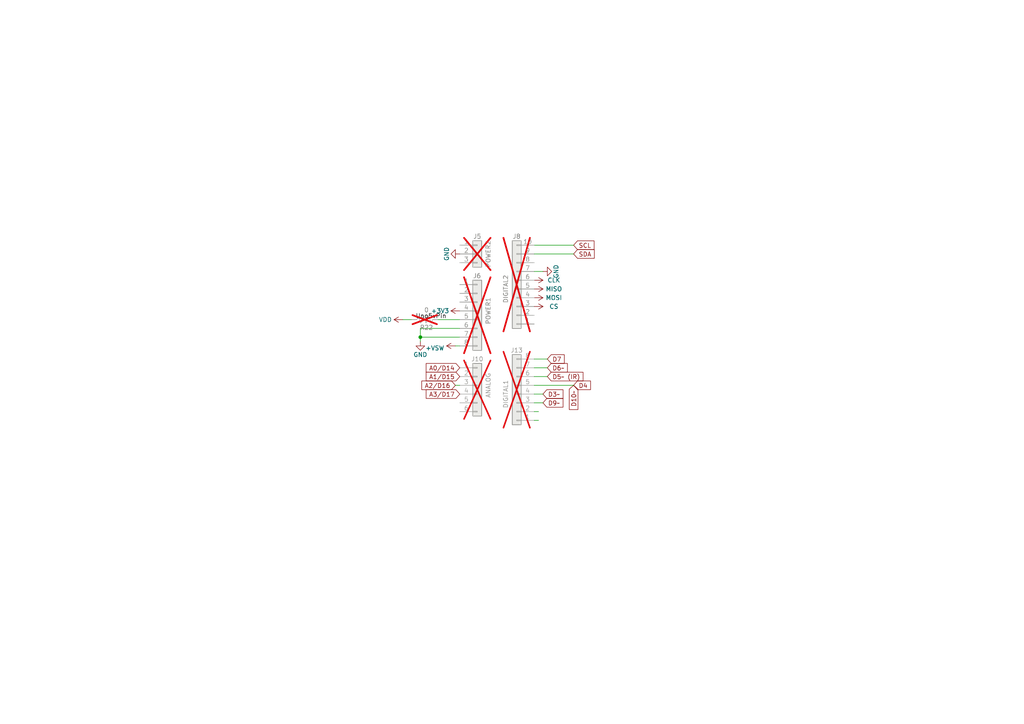
<source format=kicad_sch>
(kicad_sch (version 20250114) (generator "eeschema") (generator_version "9.0")
  (paper "A4")
  (lib_symbols
    (symbol "Connector_Generic:Conn_01x03" (pin_names (offset 1.016) (hide yes))
      (property "Reference" "J" (at 0 5.08 0))
      (property "Value" "Conn_01x03" (at 0 -5.08 0))
      (symbol "Conn_01x03_1_1"
        (rectangle (start -1.27 3.81) (end 1.27 -3.81) (stroke (width 0.254)) (fill (type background)))
        (rectangle (start -1.27 2.667) (end 0 2.413) (stroke (width 0.1524)))
        (rectangle (start -1.27 0.127) (end 0 -0.127) (stroke (width 0.1524)))
        (rectangle (start -1.27 -2.413) (end 0 -2.667) (stroke (width 0.1524)))
        (pin passive line (at -5.08 2.54 0) (length 3.81) (name "Pin_1") (number "1"))
        (pin passive line (at -5.08 0 0) (length 3.81) (name "Pin_2") (number "2"))
        (pin passive line (at -5.08 -2.54 0) (length 3.81) (name "Pin_3") (number "3"))
      )
    )
    (symbol "Connector_Generic:Conn_01x06" (pin_names (offset 1.016) (hide yes))
      (property "Reference" "J" (at 0 7.62 0))
      (property "Value" "Conn_01x06" (at 0 -10.16 0))
      (symbol "Conn_01x06_1_1"
        (rectangle (start -1.27 6.35) (end 1.27 -8.89) (stroke (width 0.254)) (fill (type background)))
        (rectangle (start -1.27 5.207) (end 0 4.953) (stroke (width 0.1524)))
        (rectangle (start -1.27 2.667) (end 0 2.413) (stroke (width 0.1524)))
        (rectangle (start -1.27 0.127) (end 0 -0.127) (stroke (width 0.1524)))
        (rectangle (start -1.27 -2.413) (end 0 -2.667) (stroke (width 0.1524)))
        (rectangle (start -1.27 -4.953) (end 0 -5.207) (stroke (width 0.1524)))
        (rectangle (start -1.27 -7.493) (end 0 -7.747) (stroke (width 0.1524)))
        (pin passive line (at -5.08 5.08 0) (length 3.81) (name "Pin_1") (number "1"))
        (pin passive line (at -5.08 2.54 0) (length 3.81) (name "Pin_2") (number "2"))
        (pin passive line (at -5.08 0 0) (length 3.81) (name "Pin_3") (number "3"))
        (pin passive line (at -5.08 -2.54 0) (length 3.81) (name "Pin_4") (number "4"))
        (pin passive line (at -5.08 -5.08 0) (length 3.81) (name "Pin_5") (number "5"))
        (pin passive line (at -5.08 -7.62 0) (length 3.81) (name "Pin_6") (number "6"))
      )
    )
    (symbol "Connector_Generic:Conn_01x08" (pin_names (offset 1.016) (hide yes))
      (property "Reference" "J" (at 0 10.16 0))
      (property "Value" "Conn_01x08" (at 0 -12.7 0))
      (symbol "Conn_01x08_1_1"
        (rectangle (start -1.27 8.89) (end 1.27 -11.43) (stroke (width 0.254)) (fill (type background)))
        (rectangle (start -1.27 7.747) (end 0 7.493) (stroke (width 0.1524)))
        (rectangle (start -1.27 5.207) (end 0 4.953) (stroke (width 0.1524)))
        (rectangle (start -1.27 2.667) (end 0 2.413) (stroke (width 0.1524)))
        (rectangle (start -1.27 0.127) (end 0 -0.127) (stroke (width 0.1524)))
        (rectangle (start -1.27 -2.413) (end 0 -2.667) (stroke (width 0.1524)))
        (rectangle (start -1.27 -4.953) (end 0 -5.207) (stroke (width 0.1524)))
        (rectangle (start -1.27 -7.493) (end 0 -7.747) (stroke (width 0.1524)))
        (rectangle (start -1.27 -10.033) (end 0 -10.287) (stroke (width 0.1524)))
        (pin passive line (at -5.08 7.62 0) (length 3.81) (name "Pin_1") (number "1"))
        (pin passive line (at -5.08 5.08 0) (length 3.81) (name "Pin_2") (number "2"))
        (pin passive line (at -5.08 2.54 0) (length 3.81) (name "Pin_3") (number "3"))
        (pin passive line (at -5.08 0 0) (length 3.81) (name "Pin_4") (number "4"))
        (pin passive line (at -5.08 -2.54 0) (length 3.81) (name "Pin_5") (number "5"))
        (pin passive line (at -5.08 -5.08 0) (length 3.81) (name "Pin_6") (number "6"))
        (pin passive line (at -5.08 -7.62 0) (length 3.81) (name "Pin_7") (number "7"))
        (pin passive line (at -5.08 -10.16 0) (length 3.81) (name "Pin_8") (number "8"))
      )
    )
    (symbol "Connector_Generic:Conn_01x10" (pin_names (offset 1.016) (hide yes))
      (property "Reference" "J" (at 0 12.7 0))
      (property "Value" "Conn_01x10" (at 0 -15.24 0))
      (symbol "Conn_01x10_1_1"
        (rectangle (start -1.27 11.43) (end 1.27 -13.97) (stroke (width 0.254)) (fill (type background)))
        (rectangle (start -1.27 10.287) (end 0 10.033) (stroke (width 0.1524)))
        (rectangle (start -1.27 7.747) (end 0 7.493) (stroke (width 0.1524)))
        (rectangle (start -1.27 5.207) (end 0 4.953) (stroke (width 0.1524)))
        (rectangle (start -1.27 2.667) (end 0 2.413) (stroke (width 0.1524)))
        (rectangle (start -1.27 0.127) (end 0 -0.127) (stroke (width 0.1524)))
        (rectangle (start -1.27 -2.413) (end 0 -2.667) (stroke (width 0.1524)))
        (rectangle (start -1.27 -4.953) (end 0 -5.207) (stroke (width 0.1524)))
        (rectangle (start -1.27 -7.493) (end 0 -7.747) (stroke (width 0.1524)))
        (rectangle (start -1.27 -10.033) (end 0 -10.287) (stroke (width 0.1524)))
        (rectangle (start -1.27 -12.573) (end 0 -12.827) (stroke (width 0.1524)))
        (pin passive line (at -5.08 10.16 0) (length 3.81) (name "Pin_1") (number "1"))
        (pin passive line (at -5.08 7.62 0) (length 3.81) (name "Pin_2") (number "2"))
        (pin passive line (at -5.08 5.08 0) (length 3.81) (name "Pin_3") (number "3"))
        (pin passive line (at -5.08 2.54 0) (length 3.81) (name "Pin_4") (number "4"))
        (pin passive line (at -5.08 0 0) (length 3.81) (name "Pin_5") (number "5"))
        (pin passive line (at -5.08 -2.54 0) (length 3.81) (name "Pin_6") (number "6"))
        (pin passive line (at -5.08 -5.08 0) (length 3.81) (name "Pin_7") (number "7"))
        (pin passive line (at -5.08 -7.62 0) (length 3.81) (name "Pin_8") (number "8"))
        (pin passive line (at -5.08 -10.16 0) (length 3.81) (name "Pin_9") (number "9"))
        (pin passive line (at -5.08 -12.7 0) (length 3.81) (name "Pin_10") (number "10"))
      )
    )
    (symbol "Device:R_US" (pin_numbers (hide yes)) (pin_names (offset 0))
      (property "Reference" "R" (at 2.54 0 90))
      (property "Value" "R_US" (at -2.54 0 90))
      (symbol "R_US_0_1"
        (polyline (pts (xy 0 2.286) (xy 0 2.54)))
        (polyline (pts (xy 0 2.286) (xy 1.016 1.905) (xy 0 1.524) (xy -1.016 1.143) (xy 0 0.762)))
        (polyline (pts (xy 0 0.762) (xy 1.016 0.381) (xy 0 0) (xy -1.016 -0.381) (xy 0 -0.762)))
        (polyline (pts (xy 0 -0.762) (xy 1.016 -1.143) (xy 0 -1.524) (xy -1.016 -1.905) (xy 0 -2.286)))
        (polyline (pts (xy 0 -2.286) (xy 0 -2.54)))
      )
      (symbol "R_US_1_1"
        (pin passive line (at 0 3.81 270) (length 1.27) (name "~") (number "1"))
        (pin passive line (at 0 -3.81 90) (length 1.27) (name "~") (number "2"))
      )
    )
    (symbol "power:+3.3V" (power) (pin_names (offset 0))
      (property "Value" "+3.3V" (at 0 3.556 0))
      (symbol "+3.3V_0_1"
        (polyline (pts (xy -0.762 1.27) (xy 0 2.54)))
        (polyline (pts (xy 0 2.54) (xy 0.762 1.27)))
        (polyline (pts (xy 0 0) (xy 0 2.54)))
      )
      (symbol "+3.3V_1_1"
        (pin power_in line (at 0 0 90) (length 0) (hide yes) (name "+3V3") (number "1"))
      )
    )
    (symbol "power:+5V" (power) (pin_names (offset 0))
      (property "Value" "+5V" (at 0 3.556 0))
      (symbol "+5V_0_1"
        (polyline (pts (xy -0.762 1.27) (xy 0 2.54)))
        (polyline (pts (xy 0 2.54) (xy 0.762 1.27)))
        (polyline (pts (xy 0 0) (xy 0 2.54)))
      )
      (symbol "+5V_1_1"
        (pin power_in line (at 0 0 90) (length 0) (hide yes) (name "+5V") (number "1"))
      )
    )
    (symbol "power:+VSW" (power) (pin_names (offset 0))
      (property "Value" "+VSW" (at 0 3.556 0))
      (symbol "+VSW_0_1"
        (polyline (pts (xy -0.762 1.27) (xy 0 2.54)))
        (polyline (pts (xy 0 2.54) (xy 0.762 1.27)))
        (polyline (pts (xy 0 0) (xy 0 2.54)))
      )
      (symbol "+VSW_1_1"
        (pin power_in line (at 0 0 90) (length 0) (hide yes) (name "+VSW") (number "1"))
      )
    )
    (symbol "power:GND" (power) (pin_names (offset 0))
      (property "Value" "GND" (at 0 -3.81 0))
      (symbol "GND_0_1"
        (polyline (pts (xy 0 0) (xy 0 -1.27) (xy 1.27 -1.27) (xy 0 -2.54) (xy -1.27 -1.27) (xy 0 -1.27)))
      )
      (symbol "GND_1_1"
        (pin power_in line (at 0 0 270) (length 0) (hide yes) (name "GND") (number "1"))
      )
    )
  )
  (junction (at 121.92 97.79))
  (wire (pts (xy 154.94 116.84) (xy 157.48 116.84)))
  (wire (pts (xy 154.94 114.3) (xy 157.48 114.3)))
  (wire (pts (xy 132.08 111.76) (xy 133.35 111.76)))
  (wire (pts (xy 154.94 104.14) (xy 158.75 104.14)))
  (wire (pts (xy 132.08 100.33) (xy 133.35 100.33)))
  (wire (pts (xy 154.94 111.76) (xy 166.37 111.76)))
  (wire (pts (xy 121.92 97.79) (xy 121.92 99.06)))
  (wire (pts (xy 133.35 95.25) (xy 121.92 95.25)))
  (wire (pts (xy 121.92 97.79) (xy 133.35 97.79)))
  (wire (pts (xy 154.94 119.38) (xy 156.21 119.38)))
  (wire (pts (xy 154.94 71.12) (xy 166.37 71.12)))
  (wire (pts (xy 154.94 109.22) (xy 158.75 109.22)))
  (wire (pts (xy 154.94 73.66) (xy 166.37 73.66)))
  (wire (pts (xy 116.84 92.71) (xy 119.38 92.71)))
  (wire (pts (xy 154.94 78.74) (xy 157.48 78.74)))
  (wire (pts (xy 154.94 121.92) (xy 156.21 121.92)))
  (wire (pts (xy 127 92.71) (xy 133.35 92.71)))
  (wire (pts (xy 154.94 106.68) (xy 158.75 106.68)))
  (wire (pts (xy 121.92 95.25) (xy 121.92 97.79)))
  (label "Uno5vPin" (at 129.54 92.71 180))
  (global_label "D6~" (shape input) (at 158.75 106.68 0) (property "Intersheetrefs" "${INTERSHEET_REFS}" (effects (hide yes))))
  (global_label "SCL" (shape input) (at 166.37 71.12 0) (property "Intersheetrefs" "${INTERSHEET_REFS}" (effects (hide yes))))
  (global_label "D3~" (shape input) (at 157.48 114.3 0) (property "Intersheetrefs" "${INTERSHEET_REFS}" (effects (hide yes))))
  (global_label "D5~ (IR)" (shape input) (at 158.75 109.22 0) (property "Intersheetrefs" "${INTERSHEET_REFS}" (effects (hide yes))))
  (global_label "D4" (shape input) (at 166.37 111.76 0) (property "Intersheetrefs" "${INTERSHEET_REFS}" (effects (hide yes))))
  (global_label "A2{slash}D16" (shape input) (at 132.08 111.76 180) (property "Intersheetrefs" "${INTERSHEET_REFS}" (effects (hide yes))))
  (global_label "D7" (shape input) (at 158.75 104.14 0) (property "Intersheetrefs" "${INTERSHEET_REFS}" (effects (hide yes))))
  (global_label "A1{slash}D15" (shape input) (at 133.35 109.22 180) (property "Intersheetrefs" "${INTERSHEET_REFS}" (effects (hide yes))))
  (global_label "D10~" (shape input) (at 166.37 111.76 270) (property "Intersheetrefs" "${INTERSHEET_REFS}" (effects (hide yes))))
  (global_label "A3{slash}D17" (shape input) (at 133.35 114.3 180) (property "Intersheetrefs" "${INTERSHEET_REFS}" (effects (hide yes))))
  (global_label "D9~" (shape input) (at 157.48 116.84 0) (property "Intersheetrefs" "${INTERSHEET_REFS}" (effects (hide yes))))
  (global_label "SDA" (shape input) (at 166.37 73.66 0) (property "Intersheetrefs" "${INTERSHEET_REFS}" (effects (hide yes))))
  (global_label "A0{slash}D14" (shape input) (at 133.35 106.68 180) (property "Intersheetrefs" "${INTERSHEET_REFS}" (effects (hide yes))))
  (symbol (lib_id "power:+3.3V") (at 133.35 90.17 90) (unit 1)
    (property "Reference" "#PWR021" (effects (hide yes)))
    (property "Value" "+3V3" (at 127.635 90.17 90))
  )
  (symbol (lib_id "Device:R_US") (at 123.19 92.71 90) (unit 1) (dnp yes)
    (property "Reference" "R22" (at 123.698 94.996 90))
    (property "Value" "0" (at 123.698 89.916 90))
    (property "Footprint" "Resistor_SMD:R_0805_2012Metric_Pad1.20x1.40mm_HandSolder" (effects (hide yes)))
    (property "Description" "Resistor, US symbol" (effects (hide yes)))
    (property "Function" "BJTCurrentLimit1" (effects (hide yes)))
  )
  (symbol (lib_id "Connector_Generic:Conn_01x10") (at 149.86 83.82 180) (unit 1) (dnp yes)
    (property "Reference" "J8" (at 149.86 68.58 0))
    (property "Value" "DIGITAL2" (at 146.685 83.82 90))
    (property "Footprint" "Library:PinHeader_1x10_P2.54mm_Vertical_NoBox" (effects (hide yes)))
    (property "ValueTemp" "DIGITAL2" (effects (hide yes)))
  )
  (symbol (lib_id "power:+3.3V") (at 154.94 86.36 270) (unit 1)
    (property "Reference" "#PWR02" (effects (hide yes)))
    (property "Value" "MOSI" (at 160.655 86.36 90))
  )
  (symbol (lib_id "power:GND") (at 121.92 99.06 0) (unit 1)
    (property "Reference" "#PWR018" (effects (hide yes)))
    (property "Value" "GND" (at 121.92 102.87 0))
  )
  (symbol (lib_id "power:+VSW") (at 132.08 100.33 90) (unit 1)
    (property "Reference" "#PWR019" (effects (hide yes)))
    (property "Value" "+VSW" (at 128.905 100.965 90) (effects (justify left)))
  )
  (symbol (lib_id "Connector_Generic:Conn_01x06") (at 138.43 111.76 0) (unit 1) (dnp yes)
    (property "Reference" "J10" (at 138.43 104.14 0))
    (property "Value" "ANALOG" (at 141.605 111.76 90))
    (property "Footprint" "Library:PinHeader_1x06_P2.54mm_Vertical_NoBox" (effects (hide yes)))
    (property "ValueTemp" "ANALOG" (effects (hide yes)))
  )
  (symbol (lib_id "Connector_Generic:Conn_01x08") (at 138.43 90.17 0) (unit 1) (dnp yes)
    (property "Reference" "J6" (at 137.16 80.01 0) (effects (justify left)))
    (property "Value" "POWER1" (at 141.605 90.17 90))
    (property "Footprint" "Library:PinHeader_1x08_P2.54mm_Vertical_NoBox" (effects (hide yes)))
    (property "ValueTemp" "POWER1" (effects (hide yes)))
  )
  (symbol (lib_id "power:+5V") (at 116.84 92.71 90) (unit 1)
    (property "Reference" "#PWR022" (effects (hide yes)))
    (property "Value" "VDD" (at 111.76 92.71 90))
  )
  (symbol (lib_id "power:+3.3V") (at 154.94 81.28 270) (unit 1)
    (property "Reference" "#PWR03" (effects (hide yes)))
    (property "Value" "CLK" (at 160.655 81.28 90))
  )
  (symbol (lib_id "power:GND") (at 133.35 73.66 270) (unit 1)
    (property "Reference" "#PWR020" (effects (hide yes)))
    (property "Value" "GND" (at 129.54 73.66 0))
  )
  (symbol (lib_id "power:+3.3V") (at 154.94 88.9 270) (unit 1)
    (property "Reference" "#PWR01" (effects (hide yes)))
    (property "Value" "CS" (at 160.655 88.9 90))
  )
  (symbol (lib_id "Connector_Generic:Conn_01x08") (at 149.86 114.3 180) (unit 1) (dnp yes)
    (property "Reference" "J13" (at 149.86 101.6 0))
    (property "Value" "DIGITAL1" (at 146.685 114.3 90))
    (property "Footprint" "Library:PinHeader_1x08_P2.54mm_Vertical_NoBox" (effects (hide yes)))
    (property "ValueTemp" "DIGITAL1" (effects (hide yes)))
  )
  (symbol (lib_id "Connector_Generic:Conn_01x03") (at 138.43 73.66 0) (unit 1) (dnp yes)
    (property "Reference" "J5" (at 138.43 68.58 0))
    (property "Value" "POWER2" (at 141.605 73.66 90))
    (property "Footprint" "Library:PinHeader_1x03_P2.54mm_Vertical_NoBox" (effects (hide yes)))
    (property "ValueTemp" "POWER2" (effects (hide yes)))
  )
  (symbol (lib_id "power:+3.3V") (at 154.94 83.82 270) (unit 1)
    (property "Reference" "#PWR04" (effects (hide yes)))
    (property "Value" "MISO" (at 160.655 83.82 90))
  )
  (symbol (lib_id "power:GND") (at 157.48 78.74 90) (unit 1)
    (property "Reference" "#PWR027" (effects (hide yes)))
    (property "Value" "GND" (at 161.29 78.74 0))
  )
)
</source>
